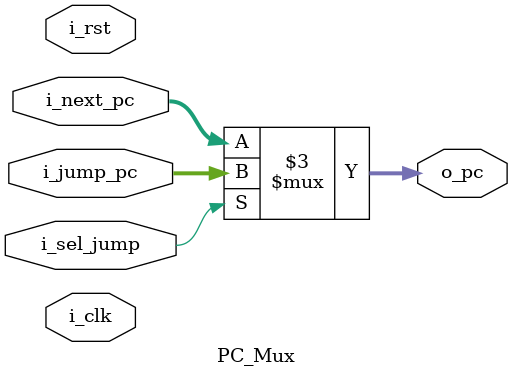
<source format=v>
`timescale 1ns / 1ps

module PC_Mux #(
    parameter   NBITS = 32
)(
    input wire               i_clk,
    input wire               i_rst,
    input wire               i_sel_jump,
    input wire  [NBITS-1:0]  i_next_pc,
    input wire  [NBITS-1:0]  i_jump_pc,
    output reg  [NBITS-1:0]  o_pc
);

always @(*) begin
    if ( i_sel_jump ) begin
        o_pc <= i_jump_pc;
    end

    else begin
        o_pc <= i_next_pc;
    end
end

endmodule
</source>
